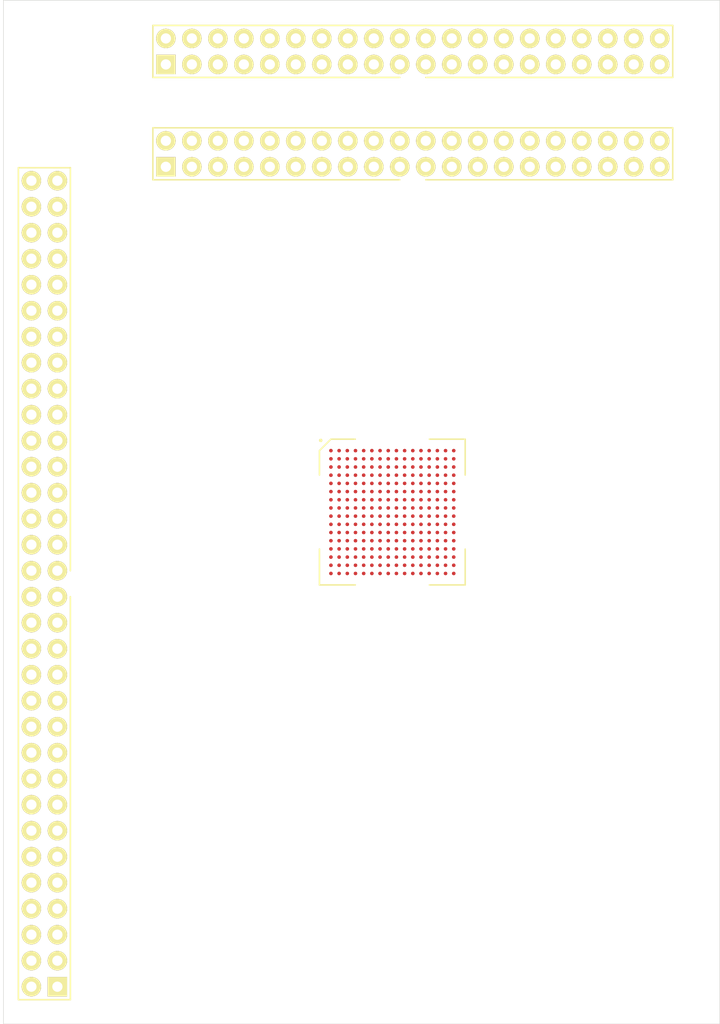
<source format=kicad_pcb>
(kicad_pcb (version 20221018) (generator pcbnew)
  (layers (0 "F.Cu" signal) (31 "B.Cu" signal) (34 "B.Paste" user) (35 "F.Paste" user) (36 "B.SilkS" user "B.Silkscreen") (37 "F.SilkS" user "F.Silkscreen") (38 "B.Mask" user) (39 "F.Mask" user) (44 "Edge.Cuts" user))
  (net 0 "")
  (net 1 "Net-(IC201-PadT16)")
  (net 2 "Net-(IC201-PadR16)")
  (net 3 "Net-(IC201-PadP16)")
  (net 4 "Net-(IC201-PadN16)")
  (net 5 "Net-(IC201-PadM16)")
  (net 6 "Net-(IC201-PadL16)")
  (net 7 "Net-(IC201-PadK16)")
  (net 8 "Net-(IC201-PadJ16)")
  (net 9 "Net-(IC201-PadH16)")
  (net 10 "Net-(IC201-PadG16)")
  (net 11 "Net-(IC201-PadF16)")
  (net 12 "Net-(IC201-PadE16)")
  (net 13 "Net-(IC201-PadD16)")
  (net 14 "Net-(IC201-PadC16)")
  (net 15 "Net-(IC201-PadB16)")
  (net 16 "Net-(IC201-PadA16)")
  (net 17 "Net-(IC201-PadT15)")
  (net 18 "Net-(IC201-PadR15)")
  (net 19 "Net-(IC201-PadP15)")
  (net 20 "Net-(IC201-PadN15)")
  (net 21 "Net-(IC201-PadM15)")
  (net 22 "Net-(IC201-PadL15)")
  (net 23 "Net-(IC201-PadK15)")
  (net 24 "Net-(IC201-PadJ15)")
  (net 25 "Net-(IC201-PadH15)")
  (net 26 "Net-(IC201-PadG15)")
  (net 27 "Net-(IC201-PadF15)")
  (net 28 "Net-(IC201-PadE15)")
  (net 29 "Net-(IC201-PadD15)")
  (net 30 "Net-(IC201-PadC15)")
  (net 31 "Net-(IC201-PadB15)")
  (net 32 "Net-(IC201-PadA15)")
  (net 33 "Net-(IC201-PadT14)")
  (net 34 "Net-(IC201-PadR14)")
  (net 35 "Net-(IC201-PadP14)")
  (net 36 "Net-(IC201-PadN14)")
  (net 37 "Net-(IC201-PadM14)")
  (net 38 "Net-(IC201-PadL14)")
  (net 39 "Net-(IC201-PadK14)")
  (net 40 "Net-(IC201-PadJ14)")
  (net 41 "Net-(IC201-PadH14)")
  (net 42 "Net-(IC201-PadG14)")
  (net 43 "Net-(IC201-PadF14)")
  (net 44 "Net-(IC201-PadE14)")
  (net 45 "Net-(IC201-PadD14)")
  (net 46 "Net-(IC201-PadC14)")
  (net 47 "Net-(IC201-PadB14)")
  (net 48 "Net-(IC201-PadA14)")
  (net 49 "Net-(IC201-PadT13)")
  (net 50 "Net-(IC201-PadR13)")
  (net 51 "Net-(IC201-PadP13)")
  (net 52 "Net-(IC201-PadN13)")
  (net 53 "Net-(IC201-PadM13)")
  (net 54 "Net-(IC201-PadL13)")
  (net 55 "Net-(IC201-PadK13)")
  (net 56 "Net-(IC201-PadJ13)")
  (net 57 "Net-(IC201-PadH13)")
  (net 58 "Net-(IC201-PadG13)")
  (net 59 "Net-(IC201-PadF13)")
  (net 60 "Net-(IC201-PadE13)")
  (net 61 "Net-(IC201-PadD13)")
  (net 62 "Net-(IC201-PadC13)")
  (net 63 "Net-(IC201-PadB13)")
  (net 64 "Net-(IC201-PadA13)")
  (net 65 "Net-(IC201-PadT12)")
  (net 66 "Net-(IC201-PadR12)")
  (net 67 "Net-(IC201-PadP12)")
  (net 68 "Net-(IC201-PadN12)")
  (net 69 "Net-(IC201-PadM12)")
  (net 70 "Net-(IC201-PadL12)")
  (net 71 "Net-(IC201-PadK12)")
  (net 72 "Net-(IC201-PadJ12)")
  (net 73 "Net-(IC201-PadH12)")
  (net 74 "Net-(IC201-PadG12)")
  (net 75 "Net-(IC201-PadF12)")
  (net 76 "Net-(IC201-PadE12)")
  (net 77 "Net-(IC201-PadD12)")
  (net 78 "Net-(IC201-PadC12)")
  (net 79 "Net-(IC201-PadB12)")
  (net 80 "Net-(IC201-PadA12)")
  (net 81 "Net-(IC201-PadT11)")
  (net 82 "Net-(IC201-PadR11)")
  (net 83 "Net-(IC201-PadP11)")
  (net 84 "Net-(IC201-PadN11)")
  (net 85 "Net-(IC201-PadM11)")
  (net 86 "Net-(IC201-PadL11)")
  (net 87 "Net-(IC201-PadK11)")
  (net 88 "Net-(IC201-PadJ11)")
  (net 89 "Net-(IC201-PadH11)")
  (net 90 "Net-(IC201-PadG11)")
  (net 91 "Net-(IC201-PadF11)")
  (net 92 "Net-(IC201-PadE11)")
  (net 93 "Net-(IC201-PadD11)")
  (net 94 "Net-(IC201-PadC11)")
  (net 95 "Net-(IC201-PadB11)")
  (net 96 "Net-(IC201-PadA11)")
  (net 97 "Net-(IC201-PadT10)")
  (net 98 "Net-(IC201-PadR10)")
  (net 99 "Net-(IC201-PadP10)")
  (net 100 "Net-(IC201-PadN10)")
  (net 101 "Net-(IC201-PadM10)")
  (net 102 "Net-(IC201-PadL10)")
  (net 103 "Net-(IC201-PadK10)")
  (net 104 "Net-(IC201-PadJ10)")
  (net 105 "Net-(IC201-PadH10)")
  (net 106 "Net-(IC201-PadG10)")
  (net 107 "Net-(IC201-PadF10)")
  (net 108 "Net-(IC201-PadE10)")
  (net 109 "Net-(IC201-PadD10)")
  (net 110 "Net-(IC201-PadC10)")
  (net 111 "Net-(IC201-PadB10)")
  (net 112 "Net-(IC201-PadA10)")
  (net 113 "Net-(IC201-PadT9)")
  (net 114 "Net-(IC201-PadR9)")
  (net 115 "Net-(IC201-PadP9)")
  (net 116 "Net-(IC201-PadN9)")
  (net 117 "Net-(IC201-PadM9)")
  (net 118 "Net-(IC201-PadL9)")
  (net 119 "Net-(IC201-PadK9)")
  (net 120 "Net-(IC201-PadJ9)")
  (net 121 "Net-(IC201-PadH9)")
  (net 122 "Net-(IC201-PadG9)")
  (net 123 "Net-(IC201-PadF9)")
  (net 124 "Net-(IC201-PadE9)")
  (net 125 "Net-(IC201-PadD9)")
  (net 126 "Net-(IC201-PadC9)")
  (net 127 "Net-(IC201-PadB9)")
  (net 128 "Net-(IC201-PadA9)")
  (net 129 "Net-(IC201-PadT8)")
  (net 130 "Net-(IC201-PadR8)")
  (net 131 "Net-(IC201-PadP8)")
  (net 132 "Net-(IC201-PadN8)")
  (net 133 "Net-(IC201-PadM8)")
  (net 134 "Net-(IC201-PadL8)")
  (net 135 "Net-(IC201-PadK8)")
  (net 136 "Net-(IC201-PadJ8)")
  (net 137 "Net-(IC201-PadH8)")
  (net 138 "Net-(IC201-PadG8)")
  (net 139 "Net-(IC201-PadF8)")
  (net 140 "Net-(IC201-PadE8)")
  (net 141 "Net-(IC201-PadD8)")
  (net 142 "Net-(IC201-PadC8)")
  (net 143 "Net-(IC201-PadB8)")
  (net 144 "Net-(IC201-PadA8)")
  (net 145 "Net-(IC201-PadT7)")
  (net 146 "Net-(IC201-PadR7)")
  (net 147 "Net-(IC201-PadP7)")
  (net 148 "Net-(IC201-PadN7)")
  (net 149 "Net-(IC201-PadM7)")
  (net 150 "Net-(IC201-PadL7)")
  (net 151 "Net-(IC201-PadK7)")
  (net 152 "Net-(IC201-PadJ7)")
  (net 153 "Net-(IC201-PadH7)")
  (net 154 "Net-(IC201-PadG7)")
  (net 155 "Net-(IC201-PadF7)")
  (net 156 "Net-(IC201-PadE7)")
  (net 157 "Net-(IC201-PadD7)")
  (net 158 "Net-(IC201-PadC7)")
  (net 159 "Net-(IC201-PadB7)")
  (net 160 "Net-(IC201-PadA7)")
  (net 161 "Net-(IC201-PadT6)")
  (net 162 "Net-(IC201-PadR6)")
  (net 163 "Net-(IC201-PadP6)")
  (net 164 "Net-(IC201-PadN6)")
  (net 165 "Net-(IC201-PadM6)")
  (net 166 "Net-(IC201-PadL6)")
  (net 167 "Net-(IC201-PadK6)")
  (net 168 "Net-(IC201-PadJ6)")
  (net 169 "Net-(IC201-PadH6)")
  (net 170 "Net-(IC201-PadG6)")
  (net 171 "Net-(IC201-PadF6)")
  (net 172 "Net-(IC201-PadE6)")
  (net 173 "Net-(IC201-PadD6)")
  (net 174 "Net-(IC201-PadC6)")
  (net 175 "Net-(IC201-PadB6)")
  (net 176 "Net-(IC201-PadA6)")
  (net 177 "Net-(IC201-PadT5)")
  (net 178 "Net-(IC201-PadR5)")
  (net 179 "Net-(IC201-PadP5)")
  (net 180 "Net-(IC201-PadN5)")
  (net 181 "Net-(IC201-PadM5)")
  (net 182 "Net-(IC201-PadL5)")
  (net 183 "Net-(IC201-PadK5)")
  (net 184 "Net-(IC201-PadJ5)")
  (net 185 "Net-(IC201-PadH5)")
  (net 186 "Net-(IC201-PadG5)")
  (net 187 "Net-(IC201-PadF5)")
  (net 188 "Net-(IC201-PadE5)")
  (net 189 "Net-(IC201-PadD5)")
  (net 190 "Net-(IC201-PadC5)")
  (net 191 "Net-(IC201-PadB5)")
  (net 192 "Net-(IC201-PadA5)")
  (net 193 "Net-(IC201-PadT4)")
  (net 194 "Net-(IC201-PadR4)")
  (net 195 "Net-(IC201-PadP4)")
  (net 196 "Net-(IC201-PadN4)")
  (net 197 "Net-(IC201-PadM4)")
  (net 198 "Net-(IC201-PadL4)")
  (net 199 "Net-(IC201-PadK4)")
  (net 200 "Net-(IC201-PadJ4)")
  (net 201 "Net-(IC201-PadH4)")
  (net 202 "Net-(IC201-PadG4)")
  (net 203 "Net-(IC201-PadF4)")
  (net 204 "Net-(IC201-PadE4)")
  (net 205 "Net-(IC201-PadD4)")
  (net 206 "Net-(IC201-PadC4)")
  (net 207 "Net-(IC201-PadB4)")
  (net 208 "Net-(IC201-PadA4)")
  (net 209 "Net-(IC201-PadT3)")
  (net 210 "Net-(IC201-PadR3)")
  (net 211 "Net-(IC201-PadP3)")
  (net 212 "Net-(IC201-PadN3)")
  (net 213 "Net-(IC201-PadM3)")
  (net 214 "Net-(IC201-PadL3)")
  (net 215 "Net-(IC201-PadK3)")
  (net 216 "Net-(IC201-PadJ3)")
  (net 217 "Net-(IC201-PadH3)")
  (net 218 "Net-(IC201-PadG3)")
  (net 219 "Net-(IC201-PadF3)")
  (net 220 "Net-(IC201-PadE3)")
  (net 221 "Net-(IC201-PadD3)")
  (net 222 "Net-(IC201-PadC3)")
  (net 223 "Net-(IC201-PadB3)")
  (net 224 "Net-(IC201-PadA3)")
  (net 225 "Net-(IC201-PadT2)")
  (net 226 "Net-(IC201-PadR2)")
  (net 227 "Net-(IC201-PadP2)")
  (net 228 "Net-(IC201-PadN2)")
  (net 229 "Net-(IC201-PadM2)")
  (net 230 "Net-(IC201-PadL2)")
  (net 231 "Net-(IC201-PadK2)")
  (net 232 "Net-(IC201-PadJ2)")
  (net 233 "Net-(IC201-PadH2)")
  (net 234 "Net-(IC201-PadG2)")
  (net 235 "Net-(IC201-PadF2)")
  (net 236 "Net-(IC201-PadE2)")
  (net 237 "Net-(IC201-PadD2)")
  (net 238 "Net-(IC201-PadC2)")
  (net 239 "Net-(IC201-PadB2)")
  (net 240 "Net-(IC201-PadA2)")
  (net 241 "Net-(IC201-PadT1)")
  (net 242 "Net-(IC201-PadR1)")
  (net 243 "Net-(IC201-PadP1)")
  (net 244 "Net-(IC201-PadN1)")
  (net 245 "Net-(IC201-PadM1)")
  (net 246 "Net-(IC201-PadL1)")
  (net 247 "Net-(IC201-PadK1)")
  (net 248 "Net-(IC201-PadJ1)")
  (net 249 "Net-(IC201-PadH1)")
  (net 250 "Net-(IC201-PadG1)")
  (net 251 "Net-(IC201-PadF1)")
  (net 252 "Net-(IC201-PadE1)")
  (net 253 "Net-(IC201-PadD1)")
  (net 254 "Net-(IC201-PadC1)")
  (net 255 "Net-(IC201-PadB1)")
  (net 256 "Net-(IC201-PadA1)")
  (net 257 "Net-(J301-Pad64)")
  (net 258 "Net-(J301-Pad63)")
  (net 259 "Net-(J301-Pad62)")
  (net 260 "Net-(J301-Pad61)")
  (net 261 "Net-(J301-Pad60)")
  (net 262 "Net-(J301-Pad59)")
  (net 263 "Net-(J301-Pad58)")
  (net 264 "Net-(J301-Pad57)")
  (net 265 "Net-(J301-Pad56)")
  (net 266 "Net-(J301-Pad55)")
  (net 267 "Net-(J301-Pad54)")
  (net 268 "Net-(J301-Pad53)")
  (net 269 "Net-(J301-Pad52)")
  (net 270 "Net-(J301-Pad51)")
  (net 271 "Net-(J301-Pad50)")
  (net 272 "Net-(J301-Pad49)")
  (net 273 "Net-(J301-Pad48)")
  (net 274 "Net-(J301-Pad47)")
  (net 275 "Net-(J301-Pad46)")
  (net 276 "Net-(J301-Pad45)")
  (net 277 "Net-(J301-Pad44)")
  (net 278 "Net-(J301-Pad43)")
  (net 279 "Net-(J301-Pad42)")
  (net 280 "Net-(J301-Pad41)")
  (net 281 "Net-(J301-Pad40)")
  (net 282 "Net-(J301-Pad39)")
  (net 283 "Net-(J301-Pad38)")
  (net 284 "Net-(J301-Pad37)")
  (net 285 "Net-(J301-Pad36)")
  (net 286 "Net-(J301-Pad35)")
  (net 287 "Net-(J301-Pad34)")
  (net 288 "Net-(J301-Pad33)")
  (net 289 "Net-(J301-Pad32)")
  (net 290 "Net-(J301-Pad31)")
  (net 291 "Net-(J301-Pad30)")
  (net 292 "Net-(J301-Pad29)")
  (net 293 "Net-(J301-Pad28)")
  (net 294 "Net-(J301-Pad27)")
  (net 295 "Net-(J301-Pad26)")
  (net 296 "Net-(J301-Pad25)")
  (net 297 "Net-(J301-Pad24)")
  (net 298 "Net-(J301-Pad23)")
  (net 299 "Net-(J301-Pad22)")
  (net 300 "Net-(J301-Pad21)")
  (net 301 "Net-(J301-Pad20)")
  (net 302 "Net-(J301-Pad19)")
  (net 303 "Net-(J301-Pad18)")
  (net 304 "Net-(J301-Pad17)")
  (net 305 "Net-(J301-Pad16)")
  (net 306 "Net-(J301-Pad15)")
  (net 307 "Net-(J301-Pad14)")
  (net 308 "Net-(J301-Pad13)")
  (net 309 "Net-(J301-Pad12)")
  (net 310 "Net-(J301-Pad11)")
  (net 311 "Net-(J301-Pad10)")
  (net 312 "Net-(J301-Pad9)")
  (net 313 "Net-(J301-Pad8)")
  (net 314 "Net-(J301-Pad7)")
  (net 315 "Net-(J301-Pad6)")
  (net 316 "Net-(J301-Pad5)")
  (net 317 "Net-(J301-Pad4)")
  (net 318 "Net-(J301-Pad3)")
  (net 319 "Net-(J301-Pad2)")
  (net 320 "Net-(J301-Pad1)")
  (net 321 "Net-(J401-Pad40)")
  (net 322 "Net-(J401-Pad39)")
  (net 323 "Net-(J401-Pad38)")
  (net 324 "Net-(J401-Pad37)")
  (net 325 "Net-(J401-Pad36)")
  (net 326 "Net-(J401-Pad35)")
  (net 327 "Net-(J401-Pad34)")
  (net 328 "Net-(J401-Pad33)")
  (net 329 "Net-(J401-Pad32)")
  (net 330 "Net-(J401-Pad31)")
  (net 331 "Net-(J401-Pad30)")
  (net 332 "Net-(J401-Pad29)")
  (net 333 "Net-(J401-Pad28)")
  (net 334 "Net-(J401-Pad27)")
  (net 335 "Net-(J401-Pad26)")
  (net 336 "Net-(J401-Pad25)")
  (net 337 "Net-(J401-Pad24)")
  (net 338 "Net-(J401-Pad23)")
  (net 339 "Net-(J401-Pad22)")
  (net 340 "Net-(J401-Pad21)")
  (net 341 "Net-(J401-Pad20)")
  (net 342 "Net-(J401-Pad19)")
  (net 343 "Net-(J401-Pad18)")
  (net 344 "Net-(J401-Pad17)")
  (net 345 "Net-(J401-Pad16)")
  (net 346 "Net-(J401-Pad15)")
  (net 347 "Net-(J401-Pad14)")
  (net 348 "Net-(J401-Pad13)")
  (net 349 "Net-(J401-Pad12)")
  (net 350 "Net-(J401-Pad11)")
  (net 351 "Net-(J401-Pad10)")
  (net 352 "Net-(J401-Pad9)")
  (net 353 "Net-(J401-Pad8)")
  (net 354 "Net-(J401-Pad7)")
  (net 355 "Net-(J401-Pad6)")
  (net 356 "Net-(J401-Pad5)")
  (net 357 "Net-(J401-Pad4)")
  (net 358 "Net-(J401-Pad3)")
  (net 359 "Net-(J401-Pad2)")
  (net 360 "Net-(J401-Pad1)")
  (net 361 "Net-(J402-Pad40)")
  (net 362 "Net-(J402-Pad39)")
  (net 363 "Net-(J402-Pad38)")
  (net 364 "Net-(J402-Pad37)")
  (net 365 "Net-(J402-Pad36)")
  (net 366 "Net-(J402-Pad35)")
  (net 367 "Net-(J402-Pad34)")
  (net 368 "Net-(J402-Pad33)")
  (net 369 "Net-(J402-Pad32)")
  (net 370 "Net-(J402-Pad31)")
  (net 371 "Net-(J402-Pad30)")
  (net 372 "Net-(J402-Pad29)")
  (net 373 "Net-(J402-Pad28)")
  (net 374 "Net-(J402-Pad27)")
  (net 375 "Net-(J402-Pad26)")
  (net 376 "Net-(J402-Pad25)")
  (net 377 "Net-(J402-Pad24)")
  (net 378 "Net-(J402-Pad23)")
  (net 379 "Net-(J402-Pad22)")
  (net 380 "Net-(J402-Pad21)")
  (net 381 "Net-(J402-Pad20)")
  (net 382 "Net-(J402-Pad19)")
  (net 383 "Net-(J402-Pad18)")
  (net 384 "Net-(J402-Pad17)")
  (net 385 "Net-(J402-Pad16)")
  (net 386 "Net-(J402-Pad15)")
  (net 387 "Net-(J402-Pad14)")
  (net 388 "Net-(J402-Pad13)")
  (net 389 "Net-(J402-Pad12)")
  (net 390 "Net-(J402-Pad11)")
  (net 391 "Net-(J402-Pad10)")
  (net 392 "Net-(J402-Pad9)")
  (net 393 "Net-(J402-Pad8)")
  (net 394 "Net-(J402-Pad7)")
  (net 395 "Net-(J402-Pad6)")
  (net 396 "Net-(J402-Pad5)")
  (net 397 "Net-(J402-Pad4)")
  (net 398 "Net-(J402-Pad3)")
  (net 399 "Net-(J402-Pad2)")
  (net 400 "Net-(J402-Pad1)")
  (footprint "agg:Lattice-BG256" (layer "F.Cu") (at 88 100)
    (fp_text reference "IC201")
    (fp_text value "LFE5U-25F-xBG256")
  )
  (footprint "agg:DIL-254P-64" (layer "F.Cu") (at 54 107 90)
    (fp_text reference "J301")
    (fp_text value "CONN_02x32")
  )
  (footprint "agg:DIL-254P-40" (layer "F.Cu") (at 90 55)
    (fp_text reference "J401")
    (fp_text value "CONN_02x20")
  )
  (footprint "agg:DIL-254P-40" (layer "F.Cu") (at 90 65)
    (fp_text reference "J402")
    (fp_text value "CONN_02x20")
  )
  (gr_line (start 120 150) (end 50 150) (stroke (width 0.05)) (layer "Edge.Cuts"))
  (gr_line (start 50 150) (end 50 50) (stroke (width 0.05)) (layer "Edge.Cuts"))
  (gr_line (start 120 50) (end 120 150) (stroke (width 0.05)) (layer "Edge.Cuts"))
  (gr_line (start 50 50) (end 120 50) (stroke (width 0.05)) (layer "Edge.Cuts"))
)
</source>
